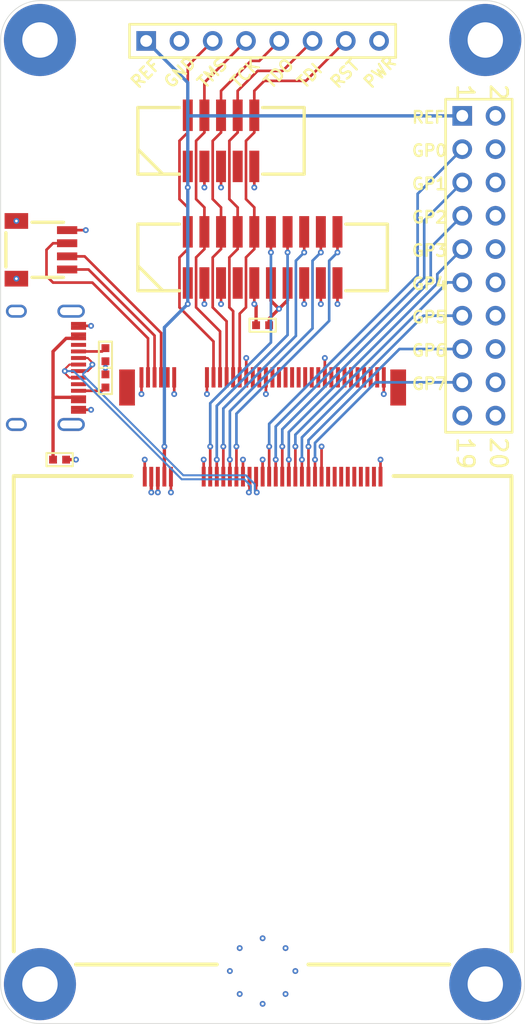
<source format=kicad_pcb>
(kicad_pcb (version 20240108) (generator "pcbnew") (generator_version "8.0")
  (layers (0 "F.Cu" signal "Top Layer") (1 "In1.Cu" signal "Signal Layer 1") (2 "In2.Cu" signal "Signal Layer 2") (31 "B.Cu" signal "Bottom Layer") (34 "B.Paste" user "Bottom Paste") (35 "F.Paste" user "Top Paste") (36 "B.SilkS" user "Bottom Overlay") (37 "F.SilkS" user "Top Overlay") (38 "B.Mask" user "Bottom Solder") (39 "F.Mask" user "Top Solder") (44 "Edge.Cuts" user))
  (net 0 "")
  (net 1 "NetP4_A4")
  (net 2 "SDA")
  (net 3 "SCL")
  (net 4 "NetP4_B5")
  (net 5 "NetP4_A5")
  (net 6 "VTPWR")
  (net 7 "VTREF")
  (net 8 "V3.3")
  (net 9 "TRACED3")
  (net 10 "TRACED2")
  (net 11 "TRACED1")
  (net 12 "TRACED0")
  (net 13 "TRACECLK")
  (net 14 "NRST")
  (net 15 "JTMS")
  (net 16 "JTDO")
  (net 17 "JTDI")
  (net 18 "JTCK")
  (net 19 "GPIO7")
  (net 20 "GPIO6")
  (net 21 "GPIO5")
  (net 22 "GPIO4")
  (net 23 "GPIO3")
  (net 24 "GPIO2")
  (net 25 "GPIO1")
  (net 26 "GPIO0")
  (net 27 "GND")
  (net 28 "D_P")
  (net 29 "D_N")
  (footprint "misc.IntLib:U262-161N-4BVC11" (layer "F.Cu") (at 129.7011 94.0036 -90)
    (property "Reference" "P4" (hide yes))
    (property "Value" "USBC" (hide yes))
  )
  (footprint "misc.IntLib:WA-SMSI_M2.5" (layer "F.Cu") (at 148.5011 140.0036 90)
    (property "Reference" "MH1" (hide yes))
    (property "Value" "Mounting_Hole" (hide yes))
  )
  (footprint "misc.IntLib:M.2_B" (layer "F.Cu") (at 148.5011 100.0036)
    (property "Reference" "P1" (hide yes))
    (property "Value" "M.2_B" (hide yes))
  )
  (footprint "misc.IntLib:0402" (layer "F.Cu") (at 148.5011 90.7536)
    (property "Reference" "C1" (hide yes))
    (property "Value" "100nF" (hide yes))
  )
  (footprint "Miscellaneous Connectors.IntLib:HDR1X8" (layer "F.Cu") (at 139.6111 69.0736)
    (property "Reference" "P7" (hide yes))
    (property "Value" "Header 8" (hide yes))
  )
  (footprint "" (layer "F.Cu") (at 131.5011 69.0036)
    (property "Reference" "")
    (property "Value" "")
  )
  (footprint "misc.IntLib:FTSH110" (layer "F.Cu") (at 148.5011 85.5836)
    (property "Reference" "P2" (hide yes))
    (property "Value" "SWD-TRACE-FTSH110" (hide yes))
  )
  (footprint "misc.IntLib:0402" (layer "F.Cu") (at 136.5011 95.0036 -90)
    (property "Reference" "R3" (hide yes))
    (property "Value" "5.1k" (hide yes))
  )
  (footprint "" (layer "F.Cu") (at 131.5011 141.0036)
    (property "Reference" "")
    (property "Value" "")
  )
  (footprint "misc.IntLib:SM04B" (layer "F.Cu") (at 128.8011 85.0036 -90)
    (property "Reference" "P6" (hide yes))
    (property "Value" "SH4_I2C" (hide yes))
  )
  (footprint "misc.IntLib:0402" (layer "F.Cu") (at 136.5011 93.0036 90)
    (property "Reference" "R2" (hide yes))
    (property "Value" "5.1k" (hide yes))
  )
  (footprint "Miscellaneous Connectors.IntLib:HDR2X10" (layer "F.Cu") (at 163.7411 74.7886 -90)
    (property "Reference" "P5" (hide yes))
    (property "Value" "Header 10X2" (hide yes))
  )
  (footprint "misc.IntLib:FTSH105" (layer "F.Cu") (at 145.3261 76.6936)
    (property "Reference" "P3" (hide yes))
    (property "Value" "SWD-FTSH105" (hide yes))
  )
  (footprint "" (layer "F.Cu") (at 165.5011 69.0036)
    (property "Reference" "")
    (property "Value" "")
  )
  (footprint "" (layer "F.Cu") (at 165.5011 141.0036)
    (property "Reference" "")
    (property "Value" "")
  )
  (footprint "misc.IntLib:0402" (layer "F.Cu") (at 133.0011 101.0036 180)
    (property "Reference" "R4" (hide yes))
    (property "Value" "NP" (hide yes))
  )
  (gr_line (start 152.00112 139.50362) (end 162.7511 139.5036) (stroke (width 0.3)) (layer "F.SilkS"))
  (gr_line (start 158.50108 102.25361) (end 167.50111 102.25361) (stroke (width 0.3)) (layer "F.SilkS"))
  (gr_line (start 129.50109 138.5036) (end 129.50109 102.25361) (stroke (width 0.3)) (layer "F.SilkS"))
  (gr_line (start 134.2511 139.5036) (end 145.00108 139.50362) (stroke (width 0.3)) (layer "F.SilkS"))
  (gr_line (start 129.50109 102.25361) (end 138.50112 102.25361) (stroke (width 0.3)) (layer "F.SilkS"))
  (gr_line (start 167.50111 138.50359) (end 167.50111 102.25361) (stroke (width 0.3)) (layer "F.SilkS"))
  (gr_arc (start 168.5011 141.0036) (mid 167.62242 143.12492) (end 165.5011 144.0036) (stroke (width 0.05)) (layer "Edge.Cuts"))
  (gr_arc (start 128.5011 69.0036) (mid 129.37978 66.88228) (end 131.5011 66.0036) (stroke (width 0.05)) (layer "Edge.Cuts"))
  (gr_line (start 128.5011 69.0036) (end 128.5011 141.0036) (stroke (width 0.05)) (layer "Edge.Cuts"))
  (gr_line (start 165.5011 66.0036) (end 131.5011 66.0036) (stroke (width 0.05)) (layer "Edge.Cuts"))
  (gr_arc (start 131.5011 144.0036) (mid 129.37978 143.12492) (end 128.5011 141.0036) (stroke (width 0.05)) (layer "Edge.Cuts"))
  (gr_line (start 168.5011 141.0036) (end 168.5011 69.0036) (stroke (width 0.05)) (layer "Edge.Cuts"))
  (gr_arc (start 165.5011 66.0036) (mid 167.62242 66.88228) (end 168.5011 69.0036) (stroke (width 0.05)) (layer "Edge.Cuts"))
  (gr_line (start 131.5011 144.0036) (end 165.5011 144.0036) (stroke (width 0.05)) (layer "Edge.Cuts"))
  (gr_text "REF" (at 159.8041 75.4236 0) (layer "F.SilkS") (effects (font (size 0.889 0.889) (thickness 0.1778)) (justify left bottom)))
  (gr_text "PWR" (at 156.7561 72.8836 45) (layer "F.SilkS") (effects (font (size 0.889 0.889) (thickness 0.1778)) (justify left bottom)))
  (gr_text "TCK" (at 146.5961 72.8836 45) (layer "F.SilkS") (effects (font (size 0.889 0.889) (thickness 0.1778)) (justify left bottom)))
  (gr_text "GP1" (at 159.8041 80.5036 0) (layer "F.SilkS") (effects (font (size 0.889 0.889) (thickness 0.1778)) (justify left bottom)))
  (gr_text "REF" (at 138.9761 72.8836 45) (layer "F.SilkS") (effects (font (size 0.889 0.889) (thickness 0.1778)) (justify left bottom)))
  (gr_text "GP3" (at 159.8041 85.5836 0) (layer "F.SilkS") (effects (font (size 0.889 0.889) (thickness 0.1778)) (justify left bottom)))
  (gr_text "RST" (at 154.2161 72.8836 45) (layer "F.SilkS") (effects (font (size 0.889 0.889) (thickness 0.1778)) (justify left bottom)))
  (gr_text "GP7" (at 159.8041 95.7436 0) (layer "F.SilkS") (effects (font (size 0.889 0.889) (thickness 0.1778)) (justify left bottom)))
  (gr_text "GP4" (at 159.8041 88.1236 0) (layer "F.SilkS") (effects (font (size 0.889 0.889) (thickness 0.1778)) (justify left bottom)))
  (gr_text "GP0" (at 159.8041 77.9636 0) (layer "F.SilkS") (effects (font (size 0.889 0.889) (thickness 0.1778)) (justify left bottom)))
  (gr_text "GND" (at 141.5161 72.8836 45) (layer "F.SilkS") (effects (font (size 0.889 0.889) (thickness 0.1778)) (justify left bottom)))
  (gr_text "TMS" (at 144.0561 72.8836 45) (layer "F.SilkS") (effects (font (size 0.889 0.889) (thickness 0.1778)) (justify left bottom)))
  (gr_text "TDO" (at 149.1361 72.8836 45) (layer "F.SilkS") (effects (font (size 0.889 0.889) (thickness 0.1778)) (justify left bottom)))
  (gr_text "GP2" (at 159.8041 83.0436 0) (layer "F.SilkS") (effects (font (size 0.889 0.889) (thickness 0.1778)) (justify left bottom)))
  (gr_text "GP5" (at 159.8041 90.6636 0) (layer "F.SilkS") (effects (font (size 0.889 0.889) (thickness 0.1778)) (justify left bottom)))
  (gr_text "GP6" (at 159.8041 93.2036 0) (layer "F.SilkS") (effects (font (size 0.889 0.889) (thickness 0.1778)) (justify left bottom)))
  (gr_text "TDI" (at 151.6761 72.8836 45) (layer "F.SilkS") (effects (font (size 0.889 0.889) (thickness 0.1778)) (justify left bottom)))
  (segment (start 132.5011 101.00359) (end 132.5011 96.2536) (width 0.254) (layer "F.Cu") (net 1))
  (segment (start 132.5011 92.7536) (end 133.5011 91.7536) (width 0.254) (layer "F.Cu") (net 1))
  (segment (start 132.5011 96.2536) (end 132.5011 92.7536) (width 0.254) (layer "F.Cu") (net 1))
  (segment (start 132.5011 96.2536) (end 134.1461 96.2536) (width 0.254) (layer "F.Cu") (net 1))
  (segment (start 133.5011 91.7536) (end 134.1461 91.7536) (width 0.254) (layer "F.Cu") (net 1))
  (segment (start 134.1461 96.2536) (end 134.4461 96.5536) (width 0.254) (layer "F.Cu") (net 1))
  (segment (start 134.1461 91.7536) (end 134.4461 91.4536) (width 0.254) (layer "F.Cu") (net 1))
  (segment (start 132.5011 101.00359) (end 132.5011 101.0036) (width 0.254) (layer "F.Cu") (net 1))
  (segment (start 133.5761 85.5036) (end 134.91532 85.5036) (width 0.2032) (layer "F.Cu") (net 2))
  (segment (start 140.7511 94.7286) (end 140.7511 91.33938) (width 0.2032) (layer "F.Cu") (net 2))
  (segment (start 134.91532 85.5036) (end 140.7511 91.33938) (width 0.2032) (layer "F.Cu") (net 2))
  (segment (start 133.5761 86.5036) (end 135.20821 86.5036) (width 0.2032) (layer "F.Cu") (net 3))
  (segment (start 140.2511 94.7286) (end 140.2511 91.54649) (width 0.2032) (layer "F.Cu") (net 3))
  (segment (start 135.20821 86.5036) (end 140.2511 91.54649) (width 0.2032) (layer "F.Cu") (net 3))
  (segment (start 134.4461 95.7536) (end 136.2511 95.7536) (width 0.2032) (layer "F.Cu") (net 4))
  (segment (start 136.2511 95.7536) (end 136.5011 95.5036) (width 0.2032) (layer "F.Cu") (net 4))
  (segment (start 136.2511 92.7536) (end 136.5011 92.5036) (width 0.2032) (layer "F.Cu") (net 5))
  (segment (start 134.4461 92.7536) (end 136.2511 92.7536) (width 0.2032) (layer "F.Cu") (net 5))
  (segment (start 149.0011 90.7536) (end 149.0011 90.2536) (width 0.254) (layer "F.Cu") (net 6))
  (segment (start 149.7511 89.5036) (end 150.4061 88.8486) (width 0.254) (layer "F.Cu") (net 6))
  (segment (start 140.0011 103.5036) (end 140.0011 102.3036) (width 0.254) (layer "F.Cu") (net 6))
  (segment (start 150.4061 88.8486) (end 150.4061 87.53361) (width 0.254) (layer "F.Cu") (net 6))
  (segment (start 149.1361 88.8886) (end 149.1361 87.53361) (width 0.254) (layer "F.Cu") (net 6))
  (segment (start 133.5011 101.0036) (end 134.2511 101.0036) (width 0.254) (layer "F.Cu") (net 6))
  (segment (start 149.1361 88.8886) (end 149.7511 89.5036) (width 0.254) (layer "F.Cu") (net 6))
  (segment (start 140.5011 103.5036) (end 140.5011 102.3036) (width 0.254) (layer "F.Cu") (net 6))
  (segment (start 149.0011 90.2536) (end 149.7511 89.5036) (width 0.254) (layer "F.Cu") (net 6))
  (via (at 134.2511 101.0036) (size 0.45) (drill 0.2) (layers "F.Cu" "B.Cu") (net 6))
  (via (at 149.7511 89.5036) (size 0.45) (drill 0.2) (layers "F.Cu" "B.Cu") (net 6))
  (via (at 140.5011 103.5036) (size 0.45) (drill 0.2) (layers "F.Cu" "B.Cu") (net 6))
  (via (at 140.0011 103.5036) (size 0.45) (drill 0.2) (layers "F.Cu" "B.Cu") (net 6))
  (segment (start 141.0011 102.3036) (end 141.0011 100.0036) (width 0.254) (layer "F.Cu") (net 7))
  (segment (start 142.7861 89.1396) (end 142.7861 87.53361) (width 0.2032) (layer "F.Cu") (net 7))
  (segment (start 142.7861 80.2496) (end 142.7861 78.64361) (width 0.2032) (layer "F.Cu") (net 7))
  (via (at 142.7861 80.2496) (size 0.45) (drill 0.2) (layers "F.Cu" "B.Cu") (net 7))
  (via (at 141.0011 100.0036) (size 0.45) (drill 0.2) (layers "F.Cu" "B.Cu") (net 7))
  (via (at 142.7861 89.1396) (size 0.45) (drill 0.2) (layers "F.Cu" "B.Cu") (net 7))
  (segment (start 139.6111 69.0736) (end 142.7861 72.2486) (width 0.254) (layer "B.Cu") (net 7))
  (segment (start 141.0011 100.0036) (end 141.0011 90.9246) (width 0.254) (layer "B.Cu") (net 7))
  (segment (start 142.7861 89.1396) (end 142.7861 80.2496) (width 0.254) (layer "B.Cu") (net 7))
  (segment (start 142.7861 74.7886) (end 163.7411 74.7886) (width 0.254) (layer "B.Cu") (net 7))
  (segment (start 142.7861 80.2496) (end 142.7861 72.2486) (width 0.254) (layer "B.Cu") (net 7))
  (segment (start 141.0011 90.9246) (end 142.7861 89.1396) (width 0.254) (layer "B.Cu") (net 7))
  (segment (start 135.5011 87.5036) (end 139.7511 91.7536) (width 0.2032) (layer "F.Cu") (net 8))
  (segment (start 132.5011 84.5036) (end 133.5761 84.5036) (width 0.2032) (layer "F.Cu") (net 8))
  (segment (start 132.0011 85.0036) (end 132.5011 84.5036) (width 0.2032) (layer "F.Cu") (net 8))
  (segment (start 132.0011 87.0036) (end 132.0011 85.0036) (width 0.2032) (layer "F.Cu") (net 8))
  (segment (start 139.7511 94.7286) (end 139.7511 91.7536) (width 0.2032) (layer "F.Cu") (net 8))
  (segment (start 132.0011 87.0036) (end 132.5011 87.5036) (width 0.2032) (layer "F.Cu") (net 8))
  (segment (start 132.5011 87.5036) (end 135.5011 87.5036) (width 0.2032) (layer "F.Cu") (net 8))
  (segment (start 146.5011 102.3036) (end 146.5011 102.3036) (width 0.2032) (layer "F.Cu") (net 9))
  (segment (start 154.2161 85.2026) (end 154.2161 83.63359) (width 0.2032) (layer "F.Cu") (net 9))
  (segment (start 146.5011 102.3036) (end 146.5011 100.0036) (width 0.2032) (layer "F.Cu") (net 9))
  (via (at 154.2161 85.2026) (size 0.45) (drill 0.2) (layers "F.Cu" "B.Cu") (net 9))
  (via (at 146.5011 100.0036) (size 0.45) (drill 0.2) (layers "F.Cu" "B.Cu") (net 9))
  (segment (start 153.5811 85.8376) (end 154.2161 85.2026) (width 0.2032) (layer "B.Cu") (net 9))
  (segment (start 146.5011 100.0036) (end 146.5011 97.5036) (width 0.2032) (layer "B.Cu") (net 9))
  (segment (start 153.5811 90.4236) (end 153.5811 85.8376) (width 0.2032) (layer "B.Cu") (net 9))
  (segment (start 146.5011 97.5036) (end 153.5811 90.4236) (width 0.2032) (layer "B.Cu") (net 9))
  (segment (start 146.0011 102.3036) (end 146.0011 101.00359) (width 0.2032) (layer "F.Cu") (net 10))
  (segment (start 152.9461 85.2026) (end 152.9461 83.63359) (width 0.2032) (layer "F.Cu") (net 10))
  (via (at 146.0011 101.00359) (size 0.45) (drill 0.2) (layers "F.Cu" "B.Cu") (net 10))
  (via (at 152.9461 85.2026) (size 0.45) (drill 0.2) (layers "F.Cu" "B.Cu") (net 10))
  (segment (start 152.3111 90.9936) (end 152.3111 85.8376) (width 0.2032) (layer "B.Cu") (net 10))
  (segment (start 146.0011 97.3036) (end 152.3111 90.9936) (width 0.2032) (layer "B.Cu") (net 10))
  (segment (start 152.3111 85.8376) (end 152.9461 85.2026) (width 0.2032) (layer "B.Cu") (net 10))
  (segment (start 146.0011 101.00359) (end 146.0011 97.3036) (width 0.2032) (layer "B.Cu") (net 10))
  (segment (start 151.6761 85.2026) (end 151.6761 83.63359) (width 0.2032) (layer "F.Cu") (net 11))
  (segment (start 145.5011 102.3036) (end 145.5011 100.0036) (width 0.2032) (layer "F.Cu") (net 11))
  (via (at 151.6761 85.2026) (size 0.45) (drill 0.2) (layers "F.Cu" "B.Cu") (net 11))
  (via (at 145.5011 100.0036) (size 0.45) (drill 0.2) (layers "F.Cu" "B.Cu") (net 11))
  (segment (start 145.5011 97.1036) (end 151.0411 91.5636) (width 0.2032) (layer "B.Cu") (net 11))
  (segment (start 151.0411 91.5636) (end 151.0411 85.8376) (width 0.2032) (layer "B.Cu") (net 11))
  (segment (start 145.5011 100.0036) (end 145.5011 97.1036) (width 0.2032) (layer "B.Cu") (net 11))
  (segment (start 151.0411 85.8376) (end 151.6761 85.2026) (width 0.2032) (layer "B.Cu") (net 11))
  (segment (start 145.0011 102.3036) (end 145.0011 101.00359) (width 0.2032) (layer "F.Cu") (net 12))
  (segment (start 150.4061 85.2026) (end 150.4061 83.63359) (width 0.2032) (layer "F.Cu") (net 12))
  (via (at 145.0011 101.00359) (size 0.45) (drill 0.2) (layers "F.Cu" "B.Cu") (net 12))
  (via (at 150.4061 85.2026) (size 0.45) (drill 0.2) (layers "F.Cu" "B.Cu") (net 12))
  (segment (start 145.0011 96.9036) (end 150.4061 91.4986) (width 0.2032) (layer "B.Cu") (net 12))
  (segment (start 145.0011 101.00359) (end 145.0011 96.9036) (width 0.2032) (layer "B.Cu") (net 12))
  (segment (start 150.4061 91.4986) (end 150.4061 85.2026) (width 0.2032) (layer "B.Cu") (net 12))
  (segment (start 144.5011 102.3036) (end 144.5011 100.0036) (width 0.2032) (layer "F.Cu") (net 13))
  (segment (start 149.1361 85.2026) (end 149.1361 83.63359) (width 0.2032) (layer "F.Cu") (net 13))
  (via (at 149.1361 85.2026) (size 0.45) (drill 0.2) (layers "F.Cu" "B.Cu") (net 13))
  (via (at 144.5011 100.0036) (size 0.45) (drill 0.2) (layers "F.Cu" "B.Cu") (net 13))
  (segment (start 144.5011 100.0036) (end 144.5011 96.7036) (width 0.2032) (layer "B.Cu") (net 13))
  (segment (start 149.1361 92.0686) (end 149.1361 85.2026) (width 0.2032) (layer "B.Cu") (net 13))
  (segment (start 144.5011 96.7036) (end 149.1361 92.0686) (width 0.2032) (layer "B.Cu") (net 13))
  (segment (start 147.2311 81.1386) (end 147.2311 76.6936) (width 0.2032) (layer "F.Cu") (net 14))
  (segment (start 146.7511 89.8736) (end 147.2311 89.3936) (width 0.2032) (layer "F.Cu") (net 14))
  (segment (start 147.8661 84.9486) (end 147.8661 83.63359) (width 0.2032) (layer "F.Cu") (net 14))
  (segment (start 147.2311 81.1386) (end 147.8661 81.7736) (width 0.2032) (layer "F.Cu") (net 14))
  (segment (start 148.6281 72.1216) (end 151.8031 72.1216) (width 0.2032) (layer "F.Cu") (net 14))
  (segment (start 147.2311 89.3936) (end 147.2311 85.5836) (width 0.2032) (layer "F.Cu") (net 14))
  (segment (start 147.2311 76.6936) (end 147.8661 76.0586) (width 0.2032) (layer "F.Cu") (net 14))
  (segment (start 147.2311 85.5836) (end 147.8661 84.9486) (width 0.2032) (layer "F.Cu") (net 14))
  (segment (start 151.8031 72.1216) (end 154.8511 69.0736) (width 0.2032) (layer "F.Cu") (net 14))
  (segment (start 147.8661 74.74359) (end 147.8661 72.8836) (width 0.2032) (layer "F.Cu") (net 14))
  (segment (start 146.7511 94.7286) (end 146.7511 89.8736) (width 0.2032) (layer "F.Cu") (net 14))
  (segment (start 147.8661 76.0586) (end 147.8661 74.74359) (width 0.2032) (layer "F.Cu") (net 14))
  (segment (start 147.8661 83.63359) (end 147.8661 81.7736) (width 0.2032) (layer "F.Cu") (net 14))
  (segment (start 147.8661 72.8836) (end 148.6281 72.1216) (width 0.2032) (layer "F.Cu") (net 14))
  (segment (start 142.7861 74.74359) (end 142.7861 70.9786) (width 0.2032) (layer "F.Cu") (net 15))
  (segment (start 142.7861 70.9786) (end 144.6911 69.0736) (width 0.2032) (layer "F.Cu") (net 15))
  (segment (start 142.1521 81.1396) (end 142.1521 76.6946) (width 0.2032) (layer "F.Cu") (net 15))
  (segment (start 144.7511 94.7286) (end 144.7511 91.9936) (width 0.2032) (layer "F.Cu") (net 15))
  (segment (start 142.1521 81.1396) (end 142.7861 81.7736) (width 0.2032) (layer "F.Cu") (net 15))
  (segment (start 142.1511 89.3936) (end 142.1511 85.5836) (width 0.2032) (layer "F.Cu") (net 15))
  (segment (start 142.1511 76.6936) (end 142.1521 76.6946) (width 0.2032) (layer "F.Cu") (net 15))
  (segment (start 142.7861 76.0586) (end 142.7861 74.74359) (width 0.2032) (layer "F.Cu") (net 15))
  (segment (start 142.7861 83.63359) (end 142.7861 81.7736) (width 0.2032) (layer "F.Cu") (net 15))
  (segment (start 142.1511 76.6936) (end 142.7861 76.0586) (width 0.2032) (layer "F.Cu") (net 15))
  (segment (start 142.7861 84.9486) (end 142.7861 83.63359) (width 0.2032) (layer "F.Cu") (net 15))
  (segment (start 142.1511 89.3936) (end 144.7511 91.9936) (width 0.2032) (layer "F.Cu") (net 15))
  (segment (start 142.1511 85.5836) (end 142.7861 84.9486) (width 0.2032) (layer "F.Cu") (net 15))
  (segment (start 144.6911 89.3936) (end 144.6911 85.5836) (width 0.2032) (layer "F.Cu") (net 16))
  (segment (start 144.6911 81.1386) (end 144.6911 76.6936) (width 0.2032) (layer "F.Cu") (net 16))
  (segment (start 148.2471 70.5976) (end 149.7711 69.0736) (width 0.2032) (layer "F.Cu") (net 16))
  (segment (start 144.6911 81.1386) (end 145.3261 81.7736) (width 0.2032) (layer "F.Cu") (net 16))
  (segment (start 144.6911 89.3936) (end 145.7511 90.4536) (width 0.2032) (layer "F.Cu") (net 16))
  (segment (start 145.3261 83.63359) (end 145.3261 81.7736) (width 0.2032) (layer "F.Cu") (net 16))
  (segment (start 145.3261 74.74359) (end 145.3261 72.8836) (width 0.2032) (layer "F.Cu") (net 16))
  (segment (start 145.3261 76.0586) (end 145.3261 74.74359) (width 0.2032) (layer "F.Cu") (net 16))
  (segment (start 145.3261 72.8836) (end 147.6121 70.5976) (width 0.2032) (layer "F.Cu") (net 16))
  (segment (start 144.6911 85.5836) (end 145.3261 84.9486) (width 0.2032) (layer "F.Cu") (net 16))
  (segment (start 147.6121 70.5976) (end 148.2471 70.5976) (width 0.2032) (layer "F.Cu") (net 16))
  (segment (start 145.7511 94.7286) (end 145.7511 90.4536) (width 0.2032) (layer "F.Cu") (net 16))
  (segment (start 144.6911 76.6936) (end 145.3261 76.0586) (width 0.2032) (layer "F.Cu") (net 16))
  (segment (start 145.3261 84.9486) (end 145.3261 83.63359) (width 0.2032) (layer "F.Cu") (net 16))
  (segment (start 145.9611 89.3936) (end 145.9611 85.5836) (width 0.2032) (layer "F.Cu") (net 17))
  (segment (start 146.5961 76.0586) (end 146.5961 74.74359) (width 0.2032) (layer "F.Cu") (net 17))
  (segment (start 146.5961 74.74359) (end 146.5961 72.8836) (width 0.2032) (layer "F.Cu") (net 17))
  (segment (start 150.0251 71.3596) (end 152.3111 69.0736) (width 0.2032) (layer "F.Cu") (net 17))
  (segment (start 148.1201 71.3596) (end 150.0251 71.3596) (width 0.2032) (layer "F.Cu") (net 17))
  (segment (start 145.9611 81.1386) (end 146.5961 81.7736) (width 0.2032) (layer "F.Cu") (net 17))
  (segment (start 145.9611 89.3936) (end 146.2511 89.6836) (width 0.2032) (layer "F.Cu") (net 17))
  (segment (start 146.5961 83.63359) (end 146.5961 81.7736) (width 0.2032) (layer "F.Cu") (net 17))
  (segment (start 146.5961 84.9486) (end 146.5961 83.63359) (width 0.2032) (layer "F.Cu") (net 17))
  (segment (start 145.9611 81.1386) (end 145.9611 76.6936) (width 0.2032) (layer "F.Cu") (net 17))
  (segment (start 145.9611 85.5836) (end 146.5961 84.9486) (width 0.2032) (layer "F.Cu") (net 17))
  (segment (start 145.9611 76.6936) (end 146.5961 76.0586) (width 0.2032) (layer "F.Cu") (net 17))
  (segment (start 146.5961 72.8836) (end 148.1201 71.3596) (width 0.2032) (layer "F.Cu") (net 17))
  (segment (start 146.2511 94.7286) (end 146.2511 89.6836) (width 0.2032) (layer "F.Cu") (net 17))
  (segment (start 143.4211 85.5836) (end 144.0561 84.9486) (width 0.2032) (layer "F.Cu") (net 18))
  (segment (start 144.0561 74.74359) (end 144.0561 72.2486) (width 0.2032) (layer "F.Cu") (net 18))
  (segment (start 143.4211 81.1386) (end 143.4211 76.6936) (width 0.2032) (layer "F.Cu") (net 18))
  (segment (start 143.4211 76.6936) (end 144.0561 76.0586) (width 0.2032) (layer "F.Cu") (net 18))
  (segment (start 144.0561 76.0586) (end 144.0561 74.74359) (width 0.2032) (layer "F.Cu") (net 18))
  (segment (start 145.2511 94.7286) (end 145.2511 91.2236) (width 0.2032) (layer "F.Cu") (net 18))
  (segment (start 143.4211 89.3936) (end 143.4211 85.5836) (width 0.2032) (layer "F.Cu") (net 18))
  (segment (start 143.4211 81.1386) (end 144.0561 81.7736) (width 0.2032) (layer "F.Cu") (net 18))
  (segment (start 143.4211 89.3936) (end 145.2511 91.2236) (width 0.2032) (layer "F.Cu") (net 18))
  (segment (start 144.0561 83.63359) (end 144.0561 81.7736) (width 0.2032) (layer "F.Cu") (net 18))
  (segment (start 144.0561 84.9486) (end 144.0561 83.63359) (width 0.2032) (layer "F.Cu") (net 18))
  (segment (start 144.0561 72.2486) (end 147.2311 69.0736) (width 0.2032) (layer "F.Cu") (net 18))
  (segment (start 152.5011 102.3036) (end 152.5011 101.00359) (width 0.2032) (layer "F.Cu") (net 19))
  (via (at 152.5011 101.00359) (size 0.45) (drill 0.2) (layers "F.Cu" "B.Cu") (net 19))
  (segment (start 152.5011 99.72492) (end 157.11742 95.1086) (width 0.2032) (layer "B.Cu") (net 19))
  (segment (start 157.11742 95.1086) (end 163.7411 95.1086) (width 0.2032) (layer "B.Cu") (net 19))
  (segment (start 152.5011 101.00359) (end 152.5011 99.72492) (width 0.2032) (layer "B.Cu") (net 19))
  (segment (start 152.0011 102.3036) (end 152.0011 100.0036) (width 0.2032) (layer "F.Cu") (net 20))
  (via (at 152.0011 100.0036) (size 0.45) (drill 0.2) (layers "F.Cu" "B.Cu") (net 20))
  (segment (start 152.0011 100.0036) (end 152.0011 99.51781) (width 0.2032) (layer "B.Cu") (net 20))
  (segment (start 158.95032 92.5686) (end 163.7411 92.5686) (width 0.2032) (layer "B.Cu") (net 20))
  (segment (start 152.0011 99.51781) (end 158.95032 92.5686) (width 0.2032) (layer "B.Cu") (net 20))
  (segment (start 151.5011 102.3036) (end 151.5011 101.00359) (width 0.2032) (layer "F.Cu") (net 21))
  (via (at 151.5011 101.00359) (size 0.45) (drill 0.2) (layers "F.Cu" "B.Cu") (net 21))
  (segment (start 151.5011 101.00359) (end 151.5011 99.31071) (width 0.2032) (layer "B.Cu") (net 21))
  (segment (start 151.5011 99.31071) (end 160.78321 90.0286) (width 0.2032) (layer "B.Cu") (net 21))
  (segment (start 160.78321 90.0286) (end 163.7411 90.0286) (width 0.2032) (layer "B.Cu") (net 21))
  (segment (start 151.0011 102.3036) (end 151.0011 100.0036) (width 0.2032) (layer "F.Cu") (net 22))
  (via (at 151.0011 100.0036) (size 0.45) (drill 0.2) (layers "F.Cu" "B.Cu") (net 22))
  (segment (start 151.0011 100.0036) (end 151.0011 99.1036) (width 0.2032) (layer "B.Cu") (net 22))
  (segment (start 162.6161 87.4886) (end 163.7411 87.4886) (width 0.2032) (layer "B.Cu") (net 22))
  (segment (start 151.0011 99.1036) (end 162.6161 87.4886) (width 0.2032) (layer "B.Cu") (net 22))
  (segment (start 150.5011 102.3036) (end 150.5011 101.00359) (width 0.2032) (layer "F.Cu") (net 23))
  (via (at 150.5011 101.00359) (size 0.45) (drill 0.2) (layers "F.Cu" "B.Cu") (net 23))
  (segment (start 161.8361 87.56149) (end 161.8361 86.8536) (width 0.2032) (layer "B.Cu") (net 23))
  (segment (start 150.5011 98.89649) (end 161.8361 87.56149) (width 0.2032) (layer "B.Cu") (net 23))
  (segment (start 150.5011 101.00359) (end 150.5011 98.89649) (width 0.2032) (layer "B.Cu") (net 23))
  (segment (start 161.8361 86.8536) (end 163.7411 84.9486) (width 0.2032) (layer "B.Cu") (net 23))
  (segment (start 150.0011 102.3036) (end 150.0011 100.0036) (width 0.2032) (layer "F.Cu") (net 24))
  (via (at 150.0011 100.0036) (size 0.45) (drill 0.2) (layers "F.Cu" "B.Cu") (net 24))
  (segment (start 150.0011 98.68938) (end 161.3361 87.35438) (width 0.2032) (layer "B.Cu") (net 24))
  (segment (start 150.0011 100.0036) (end 150.0011 98.68938) (width 0.2032) (layer "B.Cu") (net 24))
  (segment (start 161.3361 84.8136) (end 163.7411 82.4086) (width 0.2032) (layer "B.Cu") (net 24))
  (segment (start 161.3361 87.35438) (end 161.3361 84.8136) (width 0.2032) (layer "B.Cu") (net 24))
  (segment (start 149.5011 102.3036) (end 149.5011 101.00359) (width 0.2032) (layer "F.Cu") (net 25))
  (via (at 149.5011 101.00359) (size 0.45) (drill 0.2) (layers "F.Cu" "B.Cu") (net 25))
  (segment (start 149.5011 101.00359) (end 149.5011 98.48228) (width 0.2032) (layer "B.Cu") (net 25))
  (segment (start 160.8361 82.7736) (end 163.7411 79.8686) (width 0.2032) (layer "B.Cu") (net 25))
  (segment (start 149.5011 98.48228) (end 160.8361 87.14728) (width 0.2032) (layer "B.Cu") (net 25))
  (segment (start 160.8361 87.14728) (end 160.8361 82.7736) (width 0.2032) (layer "B.Cu") (net 25))
  (segment (start 149.0011 102.3036) (end 149.0011 100.0036) (width 0.2032) (layer "F.Cu") (net 26))
  (via (at 149.0011 100.0036) (size 0.45) (drill 0.2) (layers "F.Cu" "B.Cu") (net 26))
  (segment (start 149.0011 100.0036) (end 149.0011 98.27517) (width 0.2032) (layer "B.Cu") (net 26))
  (segment (start 160.3361 86.94017) (end 160.3361 80.73359) (width 0.2032) (layer "B.Cu") (net 26))
  (segment (start 149.0011 98.27517) (end 160.3361 86.94017) (width 0.2032) (layer "B.Cu") (net 26))
  (segment (start 160.3361 80.73359) (end 163.7411 77.3286) (width 0.2032) (layer "B.Cu") (net 26))
  (segment (start 147.8661 80.2496) (end 147.8661 78.64361) (width 0.2032) (layer "F.Cu") (net 27))
  (segment (start 147.8661 89.1396) (end 148.0011 89.2746) (width 0.254) (layer "F.Cu") (net 27))
  (segment (start 145.3261 80.2496) (end 145.3261 78.64361) (width 0.2032) (layer "F.Cu") (net 27))
  (segment (start 157.5011 102.3036) (end 157.5011 101.00359) (width 0.2032) (layer "F.Cu") (net 27))
  (segment (start 153.2511 94.7286) (end 153.2511 93.2536) (width 0.2032) (layer "F.Cu") (net 27))
  (segment (start 157.7511 96.00359) (end 157.7511 94.7286) (width 0.2032) (layer "F.Cu") (net 27))
  (segment (start 148.0011 90.7536) (end 148.0011 89.2746) (width 0.254) (layer "F.Cu") (net 27))
  (segment (start 144.0561 89.1396) (end 144.0561 87.53361) (width 0.2032) (layer "F.Cu") (net 27))
  (segment (start 148.5011 102.3036) (end 148.5011 101.00359) (width 0.2032) (layer "F.Cu") (net 27))
  (segment (start 139.5011 102.3036) (end 139.5011 101.0036) (width 0.2032) (layer "F.Cu") (net 27))
  (segment (start 134.4461 90.6536) (end 134.5961 90.8036) (width 0.2032) (layer "F.Cu") (net 27))
  (segment (start 133.5761 83.5036) (end 135.0011 83.5036) (width 0.2032) (layer "F.Cu") (net 27))
  (segment (start 153.0011 102.3036) (end 153.0011 100.0036) (width 0.2032) (layer "F.Cu") (net 27))
  (segment (start 136.5011 94.0036) (end 136.5011 93.5036) (width 0.2032) (layer "F.Cu") (net 27))
  (segment (start 144.2511 96.00359) (end 144.2511 94.7286) (width 0.2032) (layer "F.Cu") (net 27))
  (segment (start 144.0011 102.3036) (end 144.0011 101.00359) (width 0.2032) (layer "F.Cu") (net 27))
  (segment (start 154.2161 89.1396) (end 154.2161 87.53361) (width 0.2032) (layer "F.Cu") (net 27))
  (segment (start 151.6761 89.1396) (end 151.6761 87.53361) (width 0.2032) (layer "F.Cu") (net 27))
  (segment (start 141.5011 103.5036) (end 141.5011 102.3036) (width 0.2032) (layer "F.Cu") (net 27))
  (segment (start 148.7511 96.00359) (end 148.7511 94.7286) (width 0.2032) (layer "F.Cu") (net 27))
  (segment (start 139.2511 96.00359) (end 139.2511 94.7286) (width 0.2032) (layer "F.Cu") (net 27))
  (segment (start 134.4461 97.0536) (end 134.5961 97.2036) (width 0.2032) (layer "F.Cu") (net 27))
  (segment (start 134.5961 97.2036) (end 135.4011 97.2036) (width 0.2032) (layer "F.Cu") (net 27))
  (segment (start 141.5011 103.5036) (end 141.5011 103.5036) (width 0.2032) (layer "F.Cu") (net 27))
  (segment (start 145.3261 89.1396) (end 145.3261 87.53361) (width 0.2032) (layer "F.Cu") (net 27))
  (segment (start 147.2511 94.7286) (end 147.2511 93.2536) (width 0.2032) (layer "F.Cu") (net 27))
  (segment (start 141.7511 96.00359) (end 141.7511 94.7286) (width 0.2032) (layer "F.Cu") (net 27))
  (segment (start 144.0561 80.2496) (end 144.0561 78.64361) (width 0.2032) (layer "F.Cu") (net 27))
  (segment (start 147.8661 89.1396) (end 147.8661 87.53361) (width 0.2032) (layer "F.Cu") (net 27))
  (segment (start 136.5011 94.5036) (end 136.5011 94.0036) (width 0.2032) (layer "F.Cu") (net 27))
  (segment (start 147.0011 102.3036) (end 147.0011 101.00359) (width 0.2032) (layer "F.Cu") (net 27))
  (segment (start 152.9461 89.1396) (end 152.9461 87.53361) (width 0.2032) (layer "F.Cu") (net 27))
  (segment (start 134.5961 90.8036) (end 135.4011 90.8036) (width 0.2032) (layer "F.Cu") (net 27))
  (via (at 151.00111 140.00362) (size 0.45) (drill 0.2) (layers "F.Cu" "B.Cu") (net 27))
  (via (at 141.7511 96.00359) (size 0.45) (drill 0.2) (layers "F.Cu" "B.Cu") (net 27))
  (via (at 153.2511 93.2536) (size 0.45) (drill 0.2) (layers "F.Cu" "B.Cu") (net 27))
  (via (at 129.7011 87.2036) (size 0.45) (drill 0.2) (layers "F.Cu" "B.Cu") (net 27))
  (via (at 141.5011 103.5036) (size 0.45) (drill 0.2) (layers "F.Cu" "B.Cu") (net 27))
  (via (at 150.2511 138.25362) (size 0.45) (drill 0.2) (layers "F.Cu" "B.Cu") (net 27))
  (via (at 147.2511 93.2536) (size 0.45) (drill 0.2) (layers "F.Cu" "B.Cu") (net 27))
  (via (at 136.5011 94.0036) (size 0.45) (drill 0.2) (layers "F.Cu" "B.Cu") (net 27))
  (via (at 129.7011 82.8036) (size 0.45) (drill 0.2) (layers "F.Cu" "B.Cu") (net 27))
  (via (at 150.2511 141.75362) (size 0.45) (drill 0.2) (layers "F.Cu" "B.Cu") (net 27))
  (via (at 147.8661 80.2496) (size 0.45) (drill 0.2) (layers "F.Cu" "B.Cu") (net 27))
  (via (at 147.0011 101.00359) (size 0.45) (drill 0.2) (layers "F.Cu" "B.Cu") (net 27))
  (via (at 139.2511 96.00359) (size 0.45) (drill 0.2) (layers "F.Cu" "B.Cu") (net 27))
  (via (at 148.50111 142.50362) (size 0.45) (drill 0.2) (layers "F.Cu" "B.Cu") (net 27))
  (via (at 154.2161 89.1396) (size 0.45) (drill 0.2) (layers "F.Cu" "B.Cu") (net 27))
  (via (at 145.3261 80.2496) (size 0.45) (drill 0.2) (layers "F.Cu" "B.Cu") (net 27))
  (via (at 148.50111 137.50362) (size 0.45) (drill 0.2) (layers "F.Cu" "B.Cu") (net 27))
  (via (at 135.4011 97.2036) (size 0.45) (drill 0.2) (layers "F.Cu" "B.Cu") (net 27))
  (via (at 153.0011 100.0036) (size 0.45) (drill 0.2) (layers "F.Cu" "B.Cu") (net 27))
  (via (at 144.2511 96.00359) (size 0.45) (drill 0.2) (layers "F.Cu" "B.Cu") (net 27))
  (via (at 145.3261 89.1396) (size 0.45) (drill 0.2) (layers "F.Cu" "B.Cu") (net 27))
  (via (at 148.5011 101.00359) (size 0.45) (drill 0.2) (layers "F.Cu" "B.Cu") (net 27))
  (via (at 146.75111 141.75362) (size 0.45) (drill 0.2) (layers "F.Cu" "B.Cu") (net 27))
  (via (at 144.0011 101.00359) (size 0.45) (drill 0.2) (layers "F.Cu" "B.Cu") (net 27))
  (via (at 139.5011 101.0036) (size 0.45) (drill 0.2) (layers "F.Cu" "B.Cu") (net 27))
  (via (at 146.00111 140.00362) (size 0.45) (drill 0.2) (layers "F.Cu" "B.Cu") (net 27))
  (via (at 135.0011 83.5036) (size 0.45) (drill 0.2) (layers "F.Cu" "B.Cu") (net 27))
  (via (at 144.0561 89.1396) (size 0.45) (drill 0.2) (layers "F.Cu" "B.Cu") (net 27))
  (via (at 135.4011 90.8036) (size 0.45) (drill 0.2) (layers "F.Cu" "B.Cu") (net 27))
  (via (at 152.9461 89.1396) (size 0.45) (drill 0.2) (layers "F.Cu" "B.Cu") (net 27))
  (via (at 157.7511 96.00359) (size 0.45) (drill 0.2) (layers "F.Cu" "B.Cu") (net 27))
  (via (at 157.5011 101.00359) (size 0.45) (drill 0.2) (layers "F.Cu" "B.Cu") (net 27))
  (via (at 147.8661 89.1396) (size 0.45) (drill 0.2) (layers "F.Cu" "B.Cu") (net 27))
  (via (at 146.75111 138.25362) (size 0.45) (drill 0.2) (layers "F.Cu" "B.Cu") (net 27))
  (via (at 151.6761 89.1396) (size 0.45) (drill 0.2) (layers "F.Cu" "B.Cu") (net 27))
  (via (at 144.0561 80.2496) (size 0.45) (drill 0.2) (layers "F.Cu" "B.Cu") (net 27))
  (via (at 148.7511 96.00359) (size 0.45) (drill 0.2) (layers "F.Cu" "B.Cu") (net 27))
  (segment (start 147.5011 103.4524) (end 147.5011 102.3036) (width 0.2032) (layer "F.Cu") (net 28))
  (segment (start 133.7511 94.7536) (end 134.4461 94.7536) (width 0.1524) (layer "F.Cu") (net 28))
  (segment (start 133.7511 93.7536) (end 134.4461 93.7536) (width 0.1524) (layer "F.Cu") (net 28))
  (segment (start 147.4499 103.5036) (end 147.5011 103.4524) (width 0.2032) (layer "F.Cu") (net 28))
  (segment (start 133.4011 94.2536) (end 133.4011 94.1036) (width 0.1524) (layer "F.Cu") (net 28))
  (segment (start 133.4011 94.4036) (end 133.7511 94.7536) (width 0.1524) (layer "F.Cu") (net 28))
  (segment (start 133.4011 94.1036) (end 133.7511 93.7536) (width 0.1524) (layer "F.Cu") (net 28))
  (segment (start 133.4011 94.4036) (end 133.4011 94.2536) (width 0.1524) (layer "F.Cu") (net 28))
  (via (at 133.4011 94.2536) (size 0.45) (drill 0.2) (layers "F.Cu" "B.Cu") (net 28))
  (via (at 147.4499 103.5036) (size 0.45) (drill 0.2) (layers "F.Cu" "B.Cu") (net 28))
  (segment (start 147.4499 103.5036) (end 147.5987 103.35479) (width 0.1524) (layer "B.Cu") (net 28))
  (segment (start 133.4011 94.2536) (end 134.07005 94.2536) (width 0.1524) (layer "B.Cu") (net 28))
  (segment (start 147.0987 102.5036) (end 147.5987 103.0036) (width 0.1524) (layer "B.Cu") (net 28))
  (segment (start 147.5987 103.35479) (end 147.5987 103.0036) (width 0.1524) (layer "B.Cu") (net 28))
  (segment (start 134.07005 94.2536) (end 142.32005 102.5036) (width 0.1524) (layer "B.Cu") (net 28))
  (segment (start 142.32005 102.5036) (end 147.0987 102.5036) (width 0.1524) (layer "B.Cu") (net 28))
  (segment (start 135.1511 93.2536) (end 135.5011 93.6036) (width 0.1524) (layer "F.Cu") (net 29))
  (segment (start 134.4461 93.2536) (end 135.1511 93.2536) (width 0.1524) (layer "F.Cu") (net 29))
  (segment (start 148.0011 103.45239) (end 148.0523 103.5036) (width 0.2032) (layer "F.Cu") (net 29))
  (segment (start 135.5011 93.7536) (end 135.5011 93.6036) (width 0.1524) (layer "F.Cu") (net 29))
  (segment (start 148.0011 103.45239) (end 148.0011 102.3036) (width 0.2032) (layer "F.Cu") (net 29))
  (segment (start 135.5011 93.9036) (end 135.5011 93.7536) (width 0.1524) (layer "F.Cu") (net 29))
  (segment (start 134.4461 94.2536) (end 135.1511 94.2536) (width 0.1524) (layer "F.Cu") (net 29))
  (segment (start 135.1511 94.2536) (end 135.5011 93.9036) (width 0.1524) (layer "F.Cu") (net 29))
  (via (at 148.0523 103.5036) (size 0.45) (drill 0.2) (layers "F.Cu" "B.Cu") (net 29))
  (via (at 135.5011 93.7536) (size 0.45) (drill 0.2) (layers "F.Cu" "B.Cu") (net 29))
  (segment (start 134.8011 94.5536) (end 142.4463 102.1988) (width 0.1524) (layer "B.Cu") (net 29))
  (segment (start 147.22495 102.1988) (end 147.9035 102.87735) (width 0.1524) (layer "B.Cu") (net 29))
  (segment (start 134.8011 94.5536) (end 134.8011 94.4536) (width 0.1524) (layer "B.Cu") (net 29))
  (segment (start 147.9035 103.35479) (end 147.9035 102.87735) (width 0.1524) (layer "B.Cu") (net 29))
  (segment (start 147.9035 103.35479) (end 148.0523 103.5036) (width 0.1524) (layer "B.Cu") (net 29))
  (segment (start 134.8011 94.4536) (end 135.5011 93.7536) (width 0.1524) (layer "B.Cu") (net 29))
  (segment (start 142.4463 102.1988) (end 147.22495 102.1988) (width 0.1524) (layer "B.Cu") (net 29))
)
</source>
